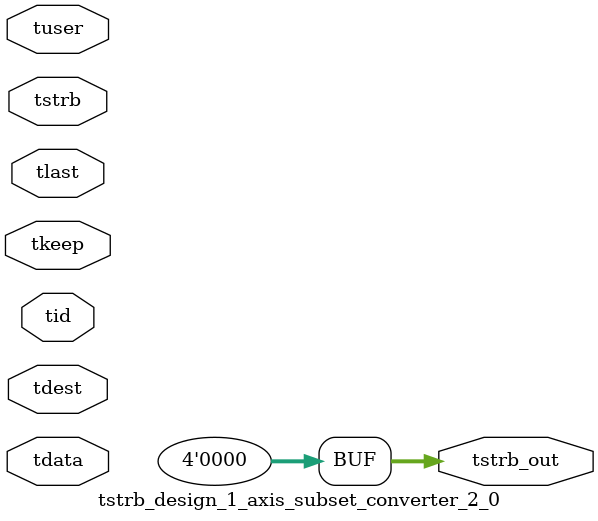
<source format=v>


`timescale 1ps/1ps

module tstrb_design_1_axis_subset_converter_2_0 #
(
parameter C_S_AXIS_TDATA_WIDTH = 32,
parameter C_S_AXIS_TUSER_WIDTH = 0,
parameter C_S_AXIS_TID_WIDTH   = 0,
parameter C_S_AXIS_TDEST_WIDTH = 0,
parameter C_M_AXIS_TDATA_WIDTH = 32
)
(
input  [(C_S_AXIS_TDATA_WIDTH == 0 ? 1 : C_S_AXIS_TDATA_WIDTH)-1:0     ] tdata,
input  [(C_S_AXIS_TUSER_WIDTH == 0 ? 1 : C_S_AXIS_TUSER_WIDTH)-1:0     ] tuser,
input  [(C_S_AXIS_TID_WIDTH   == 0 ? 1 : C_S_AXIS_TID_WIDTH)-1:0       ] tid,
input  [(C_S_AXIS_TDEST_WIDTH == 0 ? 1 : C_S_AXIS_TDEST_WIDTH)-1:0     ] tdest,
input  [(C_S_AXIS_TDATA_WIDTH/8)-1:0 ] tkeep,
input  [(C_S_AXIS_TDATA_WIDTH/8)-1:0 ] tstrb,
input                                                                    tlast,
output [(C_M_AXIS_TDATA_WIDTH/8)-1:0 ] tstrb_out
);

assign tstrb_out = {1'b0};

endmodule


</source>
